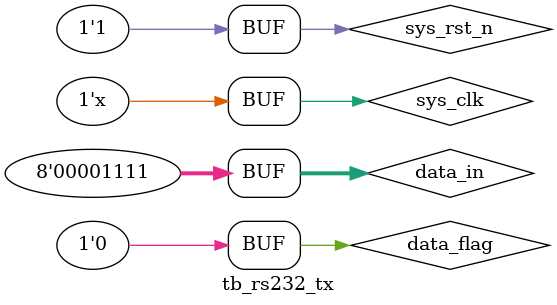
<source format=v>
`timescale 1ns/1ns
module tb_rs232_tx();

reg			sys_clk		;
reg			sys_rst_n	;
reg [7:0]	data_in		;
reg			data_flag	;

wire		tx			;
wire		flag_txe	;

//initial
initial
	begin
		sys_clk = 1'b1;
		sys_rst_n <= 1'b0;
	#20
		sys_rst_n <= 1'b1;
		data_in <= 8'b0000_1111;
		data_flag <= 1'b1;
		
	#5800
		data_flag <= 1'b0;
		
	#5800000
		data_flag <= 1'b1;
		
	#5800
		data_flag <= 1'b0;
	
	
	
	end


//sys_clk
always #10 sys_clk = ~sys_clk;


rs232_tx rs232_tx_inst
(
	.sys_clk		(sys_clk	),
	.sys_rst_n		(sys_rst_n	),
	.data_in		(data_in	),
	.data_flag		(data_flag	),

	.tx				(tx			),
	.flag_txe	    (flag_txe	)

);

endmodule 

</source>
